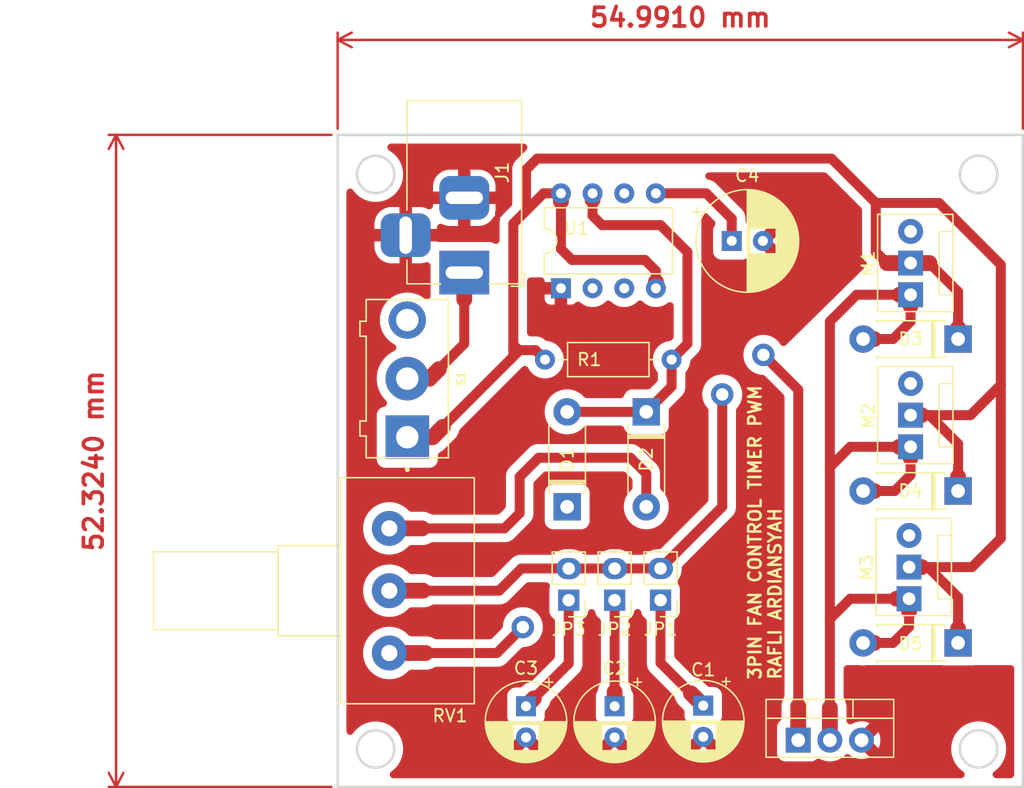
<source format=kicad_pcb>
(kicad_pcb (version 20211014) (generator pcbnew)
  (title_block (title "PWM Controller Fan Cooler") (date "2022-08-07") (rev "1.1") (company "rafli@rafliard.xyz"))
  (layers (0 "F.Cu" signal) (31 "B.Cu" signal) (34 "B.Paste" user) (35 "F.Paste" user) (36 "B.SilkS" user "B.Silkscreen") (37 "F.SilkS" user "F.Silkscreen") (38 "B.Mask" user) (39 "F.Mask" user) (44 "Edge.Cuts" user))
  (net 0 "")
  (net 1 "Net-(C1-Pad1)")
  (net 2 "GND")
  (net 3 "Net-(C2-Pad1)")
  (net 4 "Net-(C3-Pad1)")
  (net 5 "Net-(C4-Pad1)")
  (net 6 "Net-(D2-Pad2)")
  (net 7 "VCC")
  (net 8 "FAN_GND")
  (net 9 "Net-(JP1-Pad2)")
  (net 13 "GATE_MOSFET")
  (net 14 "Net-(D1-Pad2)")
  (net 15 "Net-(D1-Pad1)")
  (net 17 "Net-(S1-Pad2)")
  (footprint "Connector:FanPinHeader_1x03_P2.54mm_Vertical" (layer "F.Cu") (at 165.1638 74.9046 90)
    (fp_text reference "M3" (at 2.5 -3.4 90) (layer "F.SilkS"))
    (fp_text value "Fan_3pin")
    (pad "1" thru_hole rect locked (at 0 0 180) (size 2 2) (drill 1.02) (layers *.Cu *.Mask) (net 8 "FAN_GND"))
    (pad "2" thru_hole rect locked (at 2.54 0 180) (size 2 2) (drill 1.02) (layers *.Cu *.Mask) (net 7 "VCC"))
    (pad "3" thru_hole circle locked (at 5.08 0 180) (size 2 2) (drill 1) (layers *.Cu *.Mask))
  )
  (footprint "Connector_PinHeader_2.54mm:PinHeader_1x02_P2.54mm_Vertical" (layer "F.Cu") (at 141.5358 75.0216 180)
    (fp_text reference "JP2" (at 0 -2.33) (layer "F.SilkS"))
    (fp_text value "Jumper_2_Open" hide)
    (pad "1" thru_hole rect locked (at 0 0 180) (size 1.7 1.7) (drill 1) (layers *.Cu *.Mask) (net 3 "Net-(C2-Pad1)"))
    (pad "2" thru_hole oval locked (at 0 2.54 180) (size 2 1.7) (drill 1) (layers *.Cu *.Mask) (net 9 "Net-(JP1-Pad2)"))
  )
  (footprint "Diode_THT:D_DO-41_SOD81_P7.62mm_Horizontal" (layer "F.Cu") (at 169.0948 66.2586 180)
    (fp_text reference "D4" (at 3.81 0) (layer "F.SilkS"))
    (fp_text value "1N4007" hide)
    (pad "1" thru_hole rect locked (at 0 0 180) (size 2.2 2.2) (drill 1.1) (layers *.Cu *.Mask) (net 7 "VCC"))
    (pad "2" thru_hole oval locked (at 7.62 0 180) (size 2.2 2.2) (drill 1.1) (layers *.Cu *.Mask) (net 8 "FAN_GND"))
  )
  (footprint "Diode_THT:D_DO-41_SOD81_P7.62mm_Horizontal" (layer "F.Cu") (at 137.7258 67.5286 90)
    (fp_text reference "D1" (at 3.81 0 90) (layer "F.SilkS"))
    (fp_text value "1N4007" hide)
    (pad "1" thru_hole rect locked (at 0 0 90) (size 2.2 2.2) (drill 1.1) (layers *.Cu *.Mask) (net 15 "Net-(D1-Pad1)"))
    (pad "2" thru_hole oval locked (at 7.62 0 90) (size 2.2 2.2) (drill 1.1) (layers *.Cu *.Mask) (net 14 "Net-(D1-Pad2)"))
  )
  (footprint "Potentiometer_THT:Potentiometer_Alps_RK163_Single_Horizontal" (layer "F.Cu") (at 123.4558 69.2596 180)
    (fp_text reference "RV1" (at -4.872 -15.033) (layer "F.SilkS"))
    (fp_text value "10k")
    (pad "1" thru_hole circle locked (at 0 0 180) (size 2.8 2.8) (drill 1.3) (layers *.Cu *.Mask) (net 6 "Net-(D2-Pad2)"))
    (pad "2" thru_hole circle locked (at 0 -5 180) (size 2.8 2.8) (drill 1.3) (layers *.Cu *.Mask) (net 9 "Net-(JP1-Pad2)"))
    (pad "3" thru_hole circle locked (at 0 -10 180) (size 2.8 2.8) (drill 1.3) (layers *.Cu *.Mask) (net 15 "Net-(D1-Pad1)"))
  )
  (footprint "Package_TO_SOT_THT:TO-220-3_Vertical" (layer "F.Cu") (at 156.2678 86.2536)
    (fp_text reference "Q1" hide)
    (fp_text value "IRFZ44N")
    (pad "1" thru_hole rect locked (at 0 0) (size 2 2) (drill 1.1) (layers *.Cu *.Mask) (net 13 "GATE_MOSFET"))
    (pad "2" thru_hole circle locked (at 2.54 0) (size 2 2) (drill 1.1) (layers *.Cu *.Mask) (net 8 "FAN_GND"))
    (pad "3" thru_hole circle locked (at 5.08 0) (size 2 2) (drill 1.1) (layers *.Cu *.Mask) (net 2 "GND"))
  )
  (footprint "Capacitor_THT:CP_Radial_D6.3mm_P2.50mm" (layer "F.Cu") (at 148.6478 83.482979 -90)
    (fp_text reference "C1" (at -2.873379 0 180) (layer "F.SilkS"))
    (fp_text value "C_Polarized" hide)
    (pad "1" thru_hole rect locked (at 0 0 270) (size 1.6 1.6) (drill 0.8) (layers *.Cu *.Mask) (net 1 "Net-(C1-Pad1)"))
    (pad "2" thru_hole circle locked (at 2.5 0 270) (size 1.6 1.6) (drill 0.8) (layers *.Cu *.Mask) (net 2 "GND"))
  )
  (footprint "Capacitor_THT:CP_Radial_D6.3mm_P2.50mm" (layer "F.Cu") (at 134.4238 83.5306 -90)
    (fp_text reference "C3" (at -3.048 0 180) (layer "F.SilkS"))
    (fp_text value "C_Polarized" hide)
    (pad "1" thru_hole rect locked (at 0 0 270) (size 1.6 1.6) (drill 0.8) (layers *.Cu *.Mask) (net 4 "Net-(C3-Pad1)"))
    (pad "2" thru_hole circle locked (at 2.5 0 270) (size 1.6 1.6) (drill 0.8) (layers *.Cu *.Mask) (net 2 "GND"))
  )
  (footprint "Resistor_THT:R_Axial_DIN0207_L6.3mm_D2.5mm_P10.16mm_Horizontal" (layer "F.Cu") (at 135.9478 55.7176)
    (fp_text reference "R1" (at 3.556 0) (layer "F.SilkS"))
    (fp_text value "1k")
    (pad "1" thru_hole circle locked (at 0 0) (size 1.6 1.6) (drill 0.8) (layers *.Cu *.Mask) (net 7 "VCC"))
    (pad "2" thru_hole oval locked (at 10.16 0) (size 1.6 1.6) (drill 0.8) (layers *.Cu *.Mask) (net 14 "Net-(D1-Pad2)"))
  )
  (footprint "Capacitor_THT:CP_Radial_D6.3mm_P2.50mm" (layer "F.Cu") (at 141.5358 83.5306 -90)
    (fp_text reference "C2" (at -3.048 0 180) (layer "F.SilkS"))
    (fp_text value "C_Polarized" hide)
    (pad "1" thru_hole rect locked (at 0 0 270) (size 1.6 1.6) (drill 0.8) (layers *.Cu *.Mask) (net 3 "Net-(C2-Pad1)"))
    (pad "2" thru_hole circle locked (at 2.5 0 270) (size 1.6 1.6) (drill 0.8) (layers *.Cu *.Mask) (net 2 "GND"))
  )
  (footprint "Package_DIP:DIP-8_W7.62mm" (layer "F.Cu") (at 137.2278 49.9926 90)
    (fp_text reference "U1" (at 4.816 1.26 180) (layer "F.SilkS"))
    (fp_text value "NE555P")
    (pad "1" thru_hole rect locked (at 0 0 90) (size 1.6 1.6) (drill 0.8) (layers *.Cu *.Mask) (net 2 "GND"))
    (pad "2" thru_hole oval locked (at 0 2.54 90) (size 1.6 1.6) (drill 0.8) (layers *.Cu *.Mask) (net 9 "Net-(JP1-Pad2)"))
    (pad "3" thru_hole oval locked (at 0 5.08 90) (size 1.6 1.6) (drill 0.8) (layers *.Cu *.Mask) (net 13 "GATE_MOSFET"))
    (pad "4" thru_hole oval locked (at 0 7.62 90) (size 1.6 1.6) (drill 0.8) (layers *.Cu *.Mask) (net 7 "VCC"))
    (pad "5" thru_hole oval locked (at 7.62 7.62 90) (size 1.6 1.6) (drill 0.8) (layers *.Cu *.Mask) (net 5 "Net-(C4-Pad1)"))
    (pad "6" thru_hole oval locked (at 7.62 5.08 90) (size 1.6 1.6) (drill 0.8) (layers *.Cu *.Mask) (net 9 "Net-(JP1-Pad2)"))
    (pad "7" thru_hole oval locked (at 7.62 2.54 90) (size 1.6 1.6) (drill 0.8) (layers *.Cu *.Mask) (net 14 "Net-(D1-Pad2)"))
    (pad "8" thru_hole oval locked (at 7.62 0 90) (size 1.6 1.6) (drill 0.8) (layers *.Cu *.Mask) (net 7 "VCC"))
  )
  (footprint "SLIDE_SWITCH:SW_MS12ANW03" (layer "F.Cu") (at 124.8988 57.2416 90)
    (fp_text reference "S1" (at 0 4.318 90) (layer "F.SilkS") (effects (font (size 0.64 0.64))))
    (fp_text value "MS12ANW03" hide)
    (pad "1" thru_hole rect (at -4.7 0 90) (size 3.5 3.5) (drill 1.8) (layers *.Cu *.Mask) (net 7 "VCC"))
    (pad "2" thru_hole circle (at 0 0 90) (size 3.5 3.5) (drill 1.8) (layers *.Cu *.Mask) (net 17 "Net-(S1-Pad2)"))
    (pad "3" thru_hole circle (at 4.7 0 90) (size 3 3) (drill 1.8) (layers *.Cu *.Mask))
  )
  (footprint "Connector_BarrelJack:BarrelJack_Horizontal" (layer "F.Cu") (at 129.4708 48.7326 -90)
    (fp_text reference "J1" (at -8.032 -3.048 90) (layer "F.SilkS"))
    (fp_text value "Barrel_Jack_Switch" hide)
    (pad "1" thru_hole rect locked (at 0 0 270) (size 3.5 4) (drill oval 1 3) (layers *.Cu *.Mask) (net 17 "Net-(S1-Pad2)"))
    (pad "2" thru_hole roundrect locked (at -6 0 270) (size 3.5 4) (drill oval 1 3) (layers *.Cu *.Mask) (net 2 "GND"))
    (pad "3" thru_hole roundrect locked (at -3 4.7 270) (size 3.5 4) (drill oval 3 1) (layers *.Cu *.Mask) (net 2 "GND"))
  )
  (footprint "Diode_THT:D_DO-41_SOD81_P7.62mm_Horizontal" (layer "F.Cu") (at 169.0948 78.4506 180)
    (fp_text reference "D5" (at 3.81 -0.06) (layer "F.SilkS"))
    (fp_text value "1N4007" hide)
    (pad "1" thru_hole rect locked (at 0 0 180) (size 2.2 2.2) (drill 1.1) (layers *.Cu *.Mask) (net 7 "VCC"))
    (pad "2" thru_hole oval locked (at 7.62 0 180) (size 2.2 2.2) (drill 1.1) (layers *.Cu *.Mask) (net 8 "FAN_GND"))
  )
  (footprint "Connector:FanPinHeader_1x03_P2.54mm_Vertical" (layer "F.Cu") (at 165.2848 50.5106 90)
    (fp_text reference "M1" (at 2.5 -3.4 90) (layer "F.SilkS"))
    (fp_text value "Fan_3pin")
    (pad "1" thru_hole rect locked (at 0 0 180) (size 2 2) (drill 1.02) (layers *.Cu *.Mask) (net 8 "FAN_GND"))
    (pad "2" thru_hole rect locked (at 2.54 0 180) (size 2 2) (drill 1.02) (layers *.Cu *.Mask) (net 7 "VCC"))
    (pad "3" thru_hole circle locked (at 5.08 0 180) (size 2 2) (drill 1.02) (layers *.Cu *.Mask))
  )
  (footprint "Connector:FanPinHeader_1x03_P2.54mm_Vertical" (layer "F.Cu") (at 165.2848 62.7126 90)
    (fp_text reference "M2" (at 2.5 -3.4 90) (layer "F.SilkS"))
    (fp_text value "Fan_3pin")
    (pad "1" thru_hole rect locked (at 0 0 180) (size 2 2) (drill 1.02) (layers *.Cu *.Mask) (net 8 "FAN_GND"))
    (pad "2" thru_hole rect locked (at 2.54 0 180) (size 2 2) (drill 1.02) (layers *.Cu *.Mask) (net 7 "VCC"))
    (pad "3" thru_hole circle locked (at 5.08 0 180) (size 2 2) (drill 1.02) (layers *.Cu *.Mask))
  )
  (footprint "Diode_THT:D_DO-41_SOD81_P7.62mm_Horizontal" (layer "F.Cu") (at 169.0948 54.0666 180)
    (fp_text reference "D3" (at 3.81 0) (layer "F.SilkS"))
    (fp_text value "1N4007" hide)
    (pad "1" thru_hole rect locked (at 0 0 180) (size 2.2 2.2) (drill 1.1) (layers *.Cu *.Mask) (net 7 "VCC"))
    (pad "2" thru_hole oval locked (at 7.62 0 180) (size 2.2 2.2) (drill 1.1) (layers *.Cu *.Mask) (net 8 "FAN_GND"))
  )
  (footprint "Diode_THT:D_DO-41_SOD81_P7.62mm_Horizontal" (layer "F.Cu") (at 144.0758 59.9086 -90)
    (fp_text reference "D2" (at 3.81 0 90) (layer "F.SilkS"))
    (fp_text value "1N4007" hide)
    (pad "1" thru_hole rect locked (at 0 0 270) (size 2.2 2.2) (drill 1.1) (layers *.Cu *.Mask) (net 14 "Net-(D1-Pad2)"))
    (pad "2" thru_hole oval locked (at 7.62 0 270) (size 2.2 2.2) (drill 1.1) (layers *.Cu *.Mask) (net 6 "Net-(D2-Pad2)"))
  )
  (footprint "Connector_PinHeader_2.54mm:PinHeader_1x02_P2.54mm_Vertical" (layer "F.Cu") (at 145.2188 75.0166 180)
    (fp_text reference "JP1" (at 0 -2.33) (layer "F.SilkS"))
    (fp_text value "Jumper_2_Open" hide)
    (pad "1" thru_hole rect locked (at 0 0 180) (size 1.7 1.7) (drill 1) (layers *.Cu *.Mask) (net 1 "Net-(C1-Pad1)"))
    (pad "2" thru_hole oval locked (at 0 2.54 180) (size 2 1.7) (drill 1) (layers *.Cu *.Mask) (net 9 "Net-(JP1-Pad2)"))
  )
  (footprint "Capacitor_THT:CP_Radial_D8.0mm_P2.50mm" (layer "F.Cu") (at 150.9338 46.1926)
    (fp_text reference "C4" (at 1.25 -5.25) (layer "F.SilkS"))
    (fp_text value "100nF")
    (pad "1" thru_hole rect locked (at 0 0) (size 1.6 1.6) (drill 0.8) (layers *.Cu *.Mask) (net 5 "Net-(C4-Pad1)"))
    (pad "2" thru_hole circle locked (at 2.5 0) (size 1.6 1.6) (drill 0.8) (layers *.Cu *.Mask) (net 2 "GND"))
  )
  (footprint "Connector_PinHeader_2.54mm:PinHeader_1x02_P2.54mm_Vertical" (layer "F.Cu") (at 137.8528 75.0216 180)
    (fp_text reference "JP3" (at 0 -2.33) (layer "F.SilkS"))
    (fp_text value "Jumper_2_Open" hide)
    (pad "1" thru_hole rect locked (at 0 0 180) (size 1.7 1.7) (drill 1) (layers *.Cu *.Mask) (net 4 "Net-(C3-Pad1)"))
    (pad "2" thru_hole oval locked (at 0 2.54 180) (size 2 1.7) (drill 1) (layers *.Cu *.Mask) (net 9 "Net-(JP1-Pad2)"))
  )
  (gr_circle (center 170.7458 86.9496) (end 172.2458 86.9496) (layer "Edge.Cuts") (width 0.2) (fill none))
  (gr_circle (center 122.3588 86.9596) (end 123.8588 86.9596) (layer "Edge.Cuts") (width 0.2) (fill none))
  (gr_circle (center 170.7458 40.8486) (end 172.2458 40.8486) (layer "Edge.Cuts") (width 0.2) (fill none))
  (gr_rect (start 119.3108 37.6836) (end 174.3018 90.0076) (layer "Edge.Cuts") (width 0.2) (fill none))
  (gr_circle (center 122.3588 40.8586) (end 123.8588 40.8586) (layer "Edge.Cuts") (width 0.2) (fill none))
  (gr_text "3PIN FAN CONTROL TIMER PWM\nRAFLI ARDIANSYAH" (at 153.6008 81.4986 90) (layer "F.SilkS") (effects (font (size 1 1) (thickness 0.2)) (justify left)))
  (dimension (type aligned) (layer "F.Cu") (pts (xy 119.3108 37.6836) (xy 174.3018 37.6836)) (height -7.62) (gr_text "54.9910 mm" (at 146.8063 28.2636) (layer "F.Cu") (effects (font (size 1.5 1.5) (thickness 0.3)))) (format (units 3) (units_format 1) (precision 4)) (style (thickness 0.2) (arrow_length 1.27) (text_position_mode 0) (extension_height 0.58642) (extension_offset 0.5) keep_text_aligned))
  (dimension (type aligned) (layer "F.Cu") (pts (xy 119.3108 37.6836) (xy 119.3108 90.0076)) (height 17.78) (gr_text "52.3240 mm" (at 99.7308 63.8456 90) (layer "F.Cu") (effects (font (size 1.5 1.5) (thickness 0.3)))) (format (units 3) (units_format 1) (precision 4)) (style (thickness 0.2) (arrow_length 1.27) (text_position_mode 0) (extension_height 0.58642) (extension_offset 0.5) keep_text_aligned))
  (segment (start 148.6478 83.482979) (end 148.647799 83.482979) (width 1.27) (layer "F.Cu") (net 1))
  (segment (start 145.2188 75.0166) (end 145.2188 80.053979) (width 0.8) (layer "F.Cu") (net 1))
  (segment (start 148.647799 83.482979) (end 147.65561 82.49079) (width 1.27) (layer "F.Cu") (net 1))
  (segment (start 145.2188 80.053979) (end 147.65561 82.49079) (width 0.8) (layer "F.Cu") (net 1))
  (segment (start 141.5358 82.3876) (end 141.5358 75.0216) (width 0.8) (layer "F.Cu") (net 3))
  (segment (start 141.5358 83.5306) (end 141.5358 82.3876) (width 1.27) (layer "F.Cu") (net 3))
  (segment (start 137.8528 75.0216) (end 137.8528 80.1016) (width 0.8) (layer "F.Cu") (net 4))
  (segment (start 134.4238 83.5306) (end 135.0588 82.8956) (width 1.27) (layer "F.Cu") (net 4))
  (segment (start 137.8528 80.1016) (end 135.0588 82.8956) (width 0.8) (layer "F.Cu") (net 4))
  (segment (start 150.9338 46.1926) (end 150.9338 44.4146) (width 0.8) (layer "F.Cu") (net 5))
  (segment (start 150.9338 44.4146) (end 148.8918 42.3726) (width 0.8) (layer "F.Cu") (net 5))
  (segment (start 148.8918 42.3726) (end 144.8478 42.3726) (width 0.8) (layer "F.Cu") (net 5))
  (segment (start 144.0758 64.8616) (end 142.8058 63.5916) (width 0.8) (layer "F.Cu") (net 6))
  (segment (start 133.9158 65.1156) (end 133.9158 68.0366) (width 0.8) (layer "F.Cu") (net 6))
  (segment (start 144.0758 67.5286) (end 144.0758 64.8616) (width 0.8) (layer "F.Cu") (net 6))
  (segment (start 124.3908 69.2596) (end 126.0888 69.2596) (width 1.27) (layer "F.Cu") (net 6))
  (segment (start 142.8058 63.5916) (end 135.4398 63.5916) (width 0.8) (layer "F.Cu") (net 6))
  (segment (start 132.6928 69.2596) (end 126.0888 69.2596) (width 0.8) (layer "F.Cu") (net 6))
  (segment (start 135.4398 63.5916) (end 133.9158 65.1156) (width 0.8) (layer "F.Cu") (net 6))
  (segment (start 133.9158 68.0366) (end 132.6928 69.2596) (width 0.8) (layer "F.Cu") (net 6))
  (segment (start 133.1538 55.7176) (end 133.6618 55.2096) (width 0.8) (layer "F.Cu") (net 7))
  (segment (start 134.4238 40.4776) (end 134.4238 43.7796) (width 0.8) (layer "F.Cu") (net 7))
  (segment (start 169.0948 78.4506) (end 169.0948 77.8156) (width 1.27) (layer "F.Cu") (net 7))
  (segment (start 137.2278 46.8376) (end 138.1068 47.7166) (width 0.8) (layer "F.Cu") (net 7))
  (segment (start 169.0948 50.2656) (end 166.7998 47.9706) (width 0.8) (layer "F.Cu") (net 7))
  (segment (start 133.6618 55.2096) (end 133.9158 54.9556) (width 0.8) (layer "F.Cu") (net 7))
  (segment (start 126.9298 61.9416) (end 127.7563 61.1151) (width 1.27) (layer "F.Cu") (net 7))
  (segment (start 137.2278 42.3726) (end 137.2278 43.0276) (width 1.27) (layer "F.Cu") (net 7))
  (segment (start 170.0908 60.1726) (end 165.2848 60.1726) (width 0.8) (layer "F.Cu") (net 7))
  (segment (start 166.6788 72.3646) (end 166.1838 72.3646) (width 0.8) (layer "F.Cu") (net 7))
  (segment (start 133.4078 54.9556) (end 133.4078 55.4636) (width 0.8) (layer "F.Cu") (net 7))
  (segment (start 158.9348 39.5886) (end 135.3128 39.5886) (width 0.8) (layer "F.Cu") (net 7))
  (segment (start 133.4078 54.5238) (end 133.4078 54.9556) (width 0.8) (layer "F.Cu") (net 7))
  (segment (start 135.3128 39.5886) (end 134.4238 40.4776) (width 0.8) (layer "F.Cu") (net 7))
  (segment (start 172.5238 48.0976) (end 172.5238 57.7396) (width 0.8) (layer "F.Cu") (net 7))
  (segment (start 143.9688 47.7166) (end 144.8478 48.5956) (width 0.8) (layer "F.Cu") (net 7))
  (segment (start 165.2848 60.1726) (end 166.1638 60.1726) (width 1.27) (layer "F.Cu") (net 7))
  (segment (start 162.4908 47.0716) (end 162.4908 43.1446) (width 0.8) (layer "F.Cu") (net 7))
  (segment (start 133.9158 54.9556) (end 133.8396 54.9556) (width 0.8) (layer "F.Cu") (net 7))
  (segment (start 169.0948 66.2586) (end 169.0948 65.1156) (width 1.27) (layer "F.Cu") (net 7))
  (segment (start 165.2848 47.9706) (end 166.7998 47.9706) (width 1.27) (layer "F.Cu") (net 7))
  (segment (start 169.0948 53.1776) (end 169.0948 50.2656) (width 0.8) (layer "F.Cu") (net 7))
  (segment (start 133.4078 55.4636) (end 133.1538 55.7176) (width 0.8) (layer "F.Cu") (net 7))
  (segment (start 167.5708 43.1446) (end 172.5238 48.0976) (width 0.8) (layer "F.Cu") (net 7))
  (segment (start 165.2848 47.9706) (end 163.3898 47.9706) (width 1.27) (layer "F.Cu") (net 7))
  (segment (start 172.5238 70.0586) (end 170.2178 72.3646) (width 0.8) (layer "F.Cu") (net 7))
  (segment (start 169.0948 65.1156) (end 169.0948 62.4676) (width 0.8) (layer "F.Cu") (net 7))
  (segment (start 165.1638 72.3646) (end 166.1838 72.3646) (width 1.27) (layer "F.Cu") (net 7))
  (segment (start 169.0948 54.0666) (end 169.0948 53.1776) (width 1.27) (layer "F.Cu") (net 7))
  (segment (start 165.1678 48.0876) (end 165.2848 47.9706) (width 0.8) (layer "F.Cu") (net 7))
  (segment (start 172.5238 57.7396) (end 170.0908 60.1726) (width 0.8) (layer "F.Cu") (net 7))
  (segment (start 172.5238 57.7396) (end 172.5238 70.0586) (width 0.8) (layer "F.Cu") (net 7))
  (segment (start 133.4078 44.7956) (end 133.4078 54.5238) (width 0.8) (layer "F.Cu") (net 7))
  (segment (start 169.0948 78.4506) (end 169.0948 77.3076) (width 1.27) (layer "F.Cu") (net 7))
  (segment (start 135.1858 54.9556) (end 135.9478 55.7176) (width 0.8) (layer "F.Cu") (net 7))
  (segment (start 137.2278 42.3726) (end 135.8308 42.3726) (width 0.8) (layer "F.Cu") (net 7))
  (segment (start 169.0948 77.3076) (end 169.0948 74.7806) (width 0.8) (layer "F.Cu") (net 7))
  (segment (start 162.4908 43.1446) (end 158.9348 39.5886) (width 0.8) (layer "F.Cu") (net 7))
  (segment (start 133.8396 54.9556) (end 133.4078 54.5238) (width 0.8) (layer "F.Cu") (net 7))
  (segment (start 124.8988 61.9416) (end 126.9298 61.9416) (width 1.27) (layer "F.Cu") (net 7))
  (segment (start 144.8478 48.5956) (end 144.8478 49.4846) (width 0.8) (layer "F.Cu") (net 7))
  (segment (start 169.0948 62.4676) (end 166.7998 60.1726) (width 0.8) (layer "F.Cu") (net 7))
  (segment (start 169.0948 74.7806) (end 166.6788 72.3646) (width 0.8) (layer "F.Cu") (net 7))
  (segment (start 133.9158 54.9556) (end 135.1858 54.9556) (width 0.8) (layer "F.Cu") (net 7))
  (segment (start 144.8478 49.9926) (end 144.8478 49.4846) (width 1.27) (layer "F.Cu") (net 7))
  (segment (start 169.0948 77.8156) (end 169.0948 77.3076) (width 0.8) (layer "F.Cu") (net 7))
  (segment (start 162.4908 43.1446) (end 167.5708 43.1446) (width 0.8) (layer "F.Cu") (net 7))
  (segment (start 138.1068 47.7166) (end 143.9688 47.7166) (width 0.8) (layer "F.Cu") (net 7))
  (segment (start 170.2178 72.3646) (end 165.1638 72.3646) (width 0.8) (layer "F.Cu") (net 7))
  (segment (start 133.4078 54.9556) (end 133.6618 55.2096) (width 0.8) (layer "F.Cu") (net 7))
  (segment (start 133.1538 55.7176) (end 127.7563 61.1151) (width 0.8) (layer "F.Cu") (net 7))
  (segment (start 163.3898 47.9706) (end 162.4908 47.0716) (width 0.8) (layer "F.Cu") (net 7))
  (segment (start 166.7998 60.1726) (end 166.1638 60.1726) (width 0.8) (layer "F.Cu") (net 7))
  (segment (start 137.2278 43.0276) (end 137.2278 46.8376) (width 0.8) (layer "F.Cu") (net 7))
  (segment (start 135.8308 42.3726) (end 134.4238 43.7796) (width 0.8) (layer "F.Cu") (net 7))
  (segment (start 134.4238 43.7796) (end 133.4078 44.7956) (width 0.8) (layer "F.Cu") (net 7))
  (segment (start 165.2848 63.5916) (end 165.2848 64.9786) (width 0.8) (layer "F.Cu") (net 8))
  (segment (start 161.4748 78.4506) (end 162.3638 78.4506) (width 1.27) (layer "F.Cu") (net 8))
  (segment (start 164.3858 62.7126) (end 160.4388 62.7126) (width 0.8) (layer "F.Cu") (net 8))
  (segment (start 165.1638 75.9046) (end 165.1638 77.1646) (width 0.8) (layer "F.Cu") (net 8))
  (segment (start 160.9568 50.5106) (end 161.5918 50.5106) (width 0.8) (layer "F.Cu") (net 8))
  (segment (start 158.8078 64.3436) (end 158.8078 76.5356) (width 0.8) (layer "F.Cu") (net 8))
  (segment (start 163.8778 78.4506) (end 162.3638 78.4506) (width 0.8) (layer "F.Cu") (net 8))
  (segment (start 161.4748 54.0666) (end 162.3638 54.0666) (width 1.27) (layer "F.Cu") (net 8))
  (segment (start 165.2848 52.6596) (end 163.8778 54.0666) (width 0.8) (layer "F.Cu") (net 8))
  (segment (start 160.4388 62.7126) (end 158.8078 64.3436) (width 0.8) (layer "F.Cu") (net 8))
  (segment (start 158.8078 76.5356) (end 158.8078 83.6576) (width 0.8) (layer "F.Cu") (net 8))
  (segment (start 160.4388 74.9046) (end 158.8078 76.5356) (width 0.8) (layer "F.Cu") (net 8))
  (segment (start 165.1638 74.9046) (end 164.1518 74.9046) (width 1.27) (layer "F.Cu") (net 8))
  (segment (start 165.1638 77.1646) (end 163.8778 78.4506) (width 0.8) (layer "F.Cu") (net 8))
  (segment (start 158.8078 52.6596) (end 158.8078 64.3436) (width 0.8) (layer "F.Cu") (net 8))
  (segment (start 164.3958 50.5106) (end 161.5918 50.5106) (width 0.8) (layer "F.Cu") (net 8))
  (segment (start 164.1518 74.9046) (end 160.4388 74.9046) (width 0.8) (layer "F.Cu") (net 8))
  (segment (start 158.8078 52.6596) (end 160.9568 50.5106) (width 0.8) (layer "F.Cu") (net 8))
  (segment (start 161.4748 66.2586) (end 162.3638 66.2586) (width 1.27) (layer "F.Cu") (net 8))
  (segment (start 165.2848 50.5106) (end 164.3958 50.5106) (width 1.27) (layer "F.Cu") (net 8))
  (segment (start 165.2848 62.7126) (end 165.2848 63.5916) (width 1.27) (layer "F.Cu") (net 8))
  (segment (start 165.1638 74.9046) (end 165.1638 75.9046) (width 1.27) (layer "F.Cu") (net 8))
  (segment (start 165.2848 64.9786) (end 164.0048 66.2586) (width 0.8) (layer "F.Cu") (net 8))
  (segment (start 165.2848 50.5106) (end 165.2848 51.3996) (width 1.27) (layer "F.Cu") (net 8))
  (segment (start 158.8078 83.6576) (end 158.8078 86.2536) (width 1.27) (layer "F.Cu") (net 8))
  (segment (start 165.2848 62.7126) (end 164.3858 62.7126) (width 1.27) (layer "F.Cu") (net 8))
  (segment (start 165.2848 51.3996) (end 165.2848 52.6596) (width 0.8) (layer "F.Cu") (net 8))
  (segment (start 163.8778 54.0666) (end 162.3638 54.0666) (width 0.8) (layer "F.Cu") (net 8))
  (segment (start 164.0048 66.2586) (end 162.3638 66.2586) (width 0.8) (layer "F.Cu") (net 8))
  (segment (start 145.2188 72.4766) (end 150.1718 67.5236) (width 0.8) (layer "F.Cu") (net 9))
  (segment (start 150.1718 67.5236) (end 150.1718 58.5116) (width 0.8) (layer "F.Cu") (net 9))
  (segment (start 126.1688 74.2596) (end 132.2648 74.2596) (width 0.8) (layer "F.Cu") (net 9))
  (segment (start 132.2648 74.2596) (end 134.0478 72.4766) (width 0.8) (layer "F.Cu") (net 9))
  (segment (start 134.0478 72.4766) (end 145.2188 72.4766) (width 0.8) (layer "F.Cu") (net 9))
  (segment (start 124.3908 74.2596) (end 126.1688 74.2596) (width 1.27) (layer "F.Cu") (net 9))
  (via (at 150.1718 58.5116) (size 1.8) (drill 1) (layers "F.Cu" "B.Cu") (net 9))
  (segment (start 156.2678 58.1306) (end 156.2678 83.5306) (width 0.8) (layer "F.Cu") (net 13))
  (segment (start 156.2678 83.5306) (end 156.2678 86.2536) (width 1.27) (layer "F.Cu") (net 13))
  (segment (start 153.4738 55.3366) (end 156.2678 58.1306) (width 0.8) (layer "F.Cu") (net 13))
  (via (at 153.4738 55.3366) (size 1.8) (drill 1) (layers "F.Cu" "B.Cu") (net 13))
  (segment (start 139.7578 44.1606) (end 139.7678 44.1506) (width 0.8) (layer "F.Cu") (net 14))
  (segment (start 146.1078 57.8766) (end 144.0758 59.9086) (width 0.8) (layer "F.Cu") (net 14))
  (segment (start 146.1078 55.7176) (end 146.1078 57.8766) (width 0.8) (layer "F.Cu") (net 14))
  (segment (start 140.5198 44.9226) (end 139.7578 44.1606) (width 0.8) (layer "F.Cu") (net 14))
  (segment (start 137.7258 59.9086) (end 144.0758 59.9086) (width 0.8) (layer "F.Cu") (net 14))
  (segment (start 139.7678 44.1506) (end 139.7678 42.8806) (width 0.8) (layer "F.Cu") (net 14))
  (segment (start 147.3778 54.4476) (end 147.3778 47.0816) (width 0.8) (layer "F.Cu") (net 14))
  (segment (start 139.7678 42.3726) (end 139.7678 42.8806) (width 1.27) (layer "F.Cu") (net 14))
  (segment (start 145.2188 44.9226) (end 140.5198 44.9226) (width 0.8) (layer "F.Cu") (net 14))
  (segment (start 147.3778 47.0816) (end 145.2188 44.9226) (width 0.8) (layer "F.Cu") (net 14))
  (segment (start 146.1078 55.7176) (end 147.3778 54.4476) (width 0.8) (layer "F.Cu") (net 14))
  (segment (start 132.0908 79.2596) (end 134.1698 77.1806) (width 0.8) (layer "F.Cu") (net 15))
  (segment (start 124.3908 79.2596) (end 126.3758 79.2596) (width 1.27) (layer "F.Cu") (net 15))
  (segment (start 126.3758 79.2596) (end 132.0908 79.2596) (width 0.8) (layer "F.Cu") (net 15))
  (via (at 134.1698 77.1806) (size 1.8) (drill 1) (layers "F.Cu" "B.Cu") (net 15))
  (segment (start 126.6768 57.2416) (end 127.4388 56.4796) (width 1.27) (layer "F.Cu") (net 17))
  (segment (start 129.4708 54.4476) (end 129.4708 50.8916) (width 0.8) (layer "F.Cu") (net 17))
  (segment (start 124.8988 57.2416) (end 126.6768 57.2416) (width 1.27) (layer "F.Cu") (net 17))
  (segment (start 129.4708 48.7326) (end 129.4708 50.8916) (width 1.27) (layer "F.Cu") (net 17))
  (segment (start 127.4388 56.4796) (end 129.4708 54.4476) (width 0.8) (layer "F.Cu") (net 17))
  (zone (net 0) (net_name "") (layer "F.Cu") (connect_pads (clearance 0)) (min_thickness 0.254)
    (keepout (tracks not_allowed) (vias not_allowed) (pads not_allowed) (copperpour not_allowed) (footprints allowed))
    (fill (thermal_gap 0.508) (thermal_bridge_width 0.508))
    (polygon (pts (xy 173.9208 80.2286) (xy 159.3158 80.2286) (xy 159.3158 70.0686) (xy 173.9208 70.0686)))
  )
  (zone (net 0) (net_name "") (layer "F.Cu") (connect_pads (clearance 0)) (min_thickness 0.5)
    (keepout (tracks not_allowed) (vias not_allowed) (pads not_allowed) (copperpour not_allowed) (footprints allowed))
    (fill (thermal_gap 0.508) (thermal_bridge_width 1))
    (polygon (pts (xy 148.4954 49.1136) (xy 134.4238 49.1136) (xy 134.4238 40.3506) (xy 148.4954 40.3506)))
  )
  (zone (net 2) (net_name "GND") (layer "F.Cu") (connect_pads (clearance 0.7)) (min_thickness 0.6) (fill yes (thermal_gap 0.508) (thermal_bridge_width 1))
    (polygon (pts (xy 174.3018 89.8806) (xy 119.4378 89.8806) (xy 119.4378 37.8106) (xy 174.3018 37.8106)))
  )
  (zone (net 0) (net_name "") (layer "F.Cu") (connect_pads (clearance 0)) (min_thickness 0.254)
    (keepout (tracks not_allowed) (vias not_allowed) (pads not_allowed) (copperpour not_allowed) (footprints allowed))
    (fill (thermal_gap 0.508) (thermal_bridge_width 0.508))
    (polygon (pts (xy 157.6648 58.5116) (xy 154.4898 55.3366) (xy 162.1098 47.8436)))
  )
  (zone (net 0) (net_name "") (layer "F.Cu") (connect_pads (clearance 0)) (min_thickness 0.5)
    (keepout (tracks not_allowed) (vias not_allowed) (pads not_allowed) (copperpour not_allowed) (footprints allowed))
    (fill (thermal_gap 0.508) (thermal_bridge_width 1))
    (polygon (pts (xy 158.1728 83.5306) (xy 156.9028 83.5306) (xy 156.9028 57.8766) (xy 158.1728 57.8766)))
  )
)
</source>
